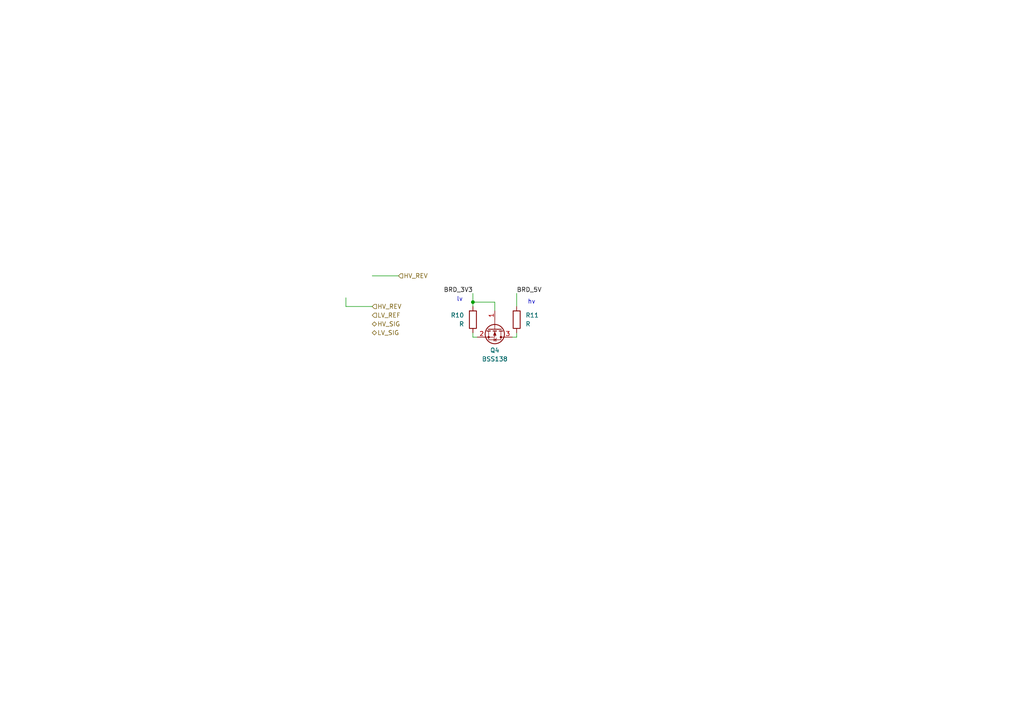
<source format=kicad_sch>
(kicad_sch (version 20231120) (generator "eeschema") (generator_version "8.0")
  (paper "A4")
  (lib_symbols
    (symbol "Device:R" (pin_numbers hide) (pin_names (offset 0))
      (property "Reference" "R" (at 2.032 0 90))
      (property "Value" "R" (at 0 0 90))
      (symbol "R_0_1"
        (rectangle (start -1.016 -2.54) (end 1.016 2.54) (stroke (width 0.254)))
      )
      (symbol "R_1_1"
        (pin passive line (at 0 3.81 270) (length 1.27) (name "~") (number "1"))
        (pin passive line (at 0 -3.81 90) (length 1.27) (name "~") (number "2"))
      )
    )
    (symbol "Transistor_FET:BSS138" (pin_names hide)
      (property "Reference" "Q" (at 5.08 1.905 0))
      (property "Value" "BSS138" (at 5.08 0 0))
      (symbol "BSS138_0_1"
        (polyline (pts (xy 0.254 0) (xy -2.54 0)))
        (polyline (pts (xy 0.254 1.905) (xy 0.254 -1.905)) (stroke (width 0.254)))
        (polyline (pts (xy 0.762 -1.27) (xy 0.762 -2.286)) (stroke (width 0.254)))
        (polyline (pts (xy 0.762 0.508) (xy 0.762 -0.508)) (stroke (width 0.254)))
        (polyline (pts (xy 0.762 2.286) (xy 0.762 1.27)) (stroke (width 0.254)))
        (polyline (pts (xy 2.54 2.54) (xy 2.54 1.778)))
        (polyline (pts (xy 2.54 -2.54) (xy 2.54 0) (xy 0.762 0)))
        (polyline (pts (xy 0.762 -1.778) (xy 3.302 -1.778) (xy 3.302 1.778) (xy 0.762 1.778)))
        (polyline (pts (xy 1.016 0) (xy 2.032 0.381) (xy 2.032 -0.381) (xy 1.016 0)) (fill (type outline)))
        (polyline (pts (xy 2.794 0.508) (xy 2.921 0.381) (xy 3.683 0.381) (xy 3.81 0.254)))
        (polyline (pts (xy 3.302 0.381) (xy 2.921 -0.254) (xy 3.683 -0.254) (xy 3.302 0.381)))
        (circle (center 1.651 0) (radius 2.794) (stroke (width 0.254)))
        (circle (center 2.54 -1.778) (radius 0.254) (fill (type outline)))
        (circle (center 2.54 1.778) (radius 0.254) (fill (type outline)))
      )
      (symbol "BSS138_1_1"
        (pin input line (at -5.08 0 0) (length 2.54) (name "G") (number "1"))
        (pin passive line (at 2.54 -5.08 90) (length 2.54) (name "S") (number "2"))
        (pin passive line (at 2.54 5.08 270) (length 2.54) (name "D") (number "3"))
      )
    )
  )
  (junction (at 137.16 87.63))
  (wire (pts (xy 148.59 97.79) (xy 149.86 97.79)))
  (wire (pts (xy 107.95 80.01) (xy 115.57 80.01)))
  (wire (pts (xy 137.16 87.63) (xy 137.16 88.9)))
  (wire (pts (xy 143.51 90.17) (xy 143.51 87.63)))
  (wire (pts (xy 149.86 85.09) (xy 149.86 88.9)))
  (wire (pts (xy 137.16 97.79) (xy 137.16 96.52)))
  (wire (pts (xy 107.95 88.9) (xy 100.33 88.9)))
  (wire (pts (xy 149.86 97.79) (xy 149.86 96.52)))
  (wire (pts (xy 143.51 87.63) (xy 137.16 87.63)))
  (wire (pts (xy 137.16 85.09) (xy 137.16 87.63)))
  (wire (pts (xy 138.43 97.79) (xy 137.16 97.79)))
  (wire (pts (xy 100.33 86.36) (xy 100.33 88.9)))
  (text "hv" (at 154.178 87.63 0) (effects (font (size 1.27 1.27))))
  (text "lv" (at 133.35 86.868 0) (effects (font (size 1.27 1.27))))
  (label "BRD_3V3" (at 137.16 85.09 180))
  (label "BRD_5V" (at 149.86 85.09 0))
  (hierarchical_label "HV_REV" (shape input) (at 107.95 88.9 0))
  (hierarchical_label "HV_REV" (shape input) (at 115.57 80.01 0))
  (hierarchical_label "LV_SIG" (shape bidirectional) (at 107.95 96.52 0))
  (hierarchical_label "HV_SIG" (shape bidirectional) (at 107.95 93.98 0))
  (hierarchical_label "LV_REF" (shape input) (at 107.95 91.44 0))
  (symbol (lib_id "Device:R") (at 149.86 92.71 0) (unit 1)
    (property "Reference" "R11" (at 152.4 91.4399 0) (effects (justify left)))
    (property "Value" "R" (at 152.4 93.9799 0) (effects (justify left)))
    (property "Description" "Resistor" (effects (hide yes)))
    (instances (project "astromech_main_board" (path "" (reference "R11") (unit 1)) (path "" (reference "R5") (unit 1))))
  )
  (symbol (lib_id "Transistor_FET:BSS138") (at 143.51 95.25 270) (unit 1)
    (property "Reference" "Q4" (at 143.51 101.6 90))
    (property "Value" "BSS138" (at 143.51 104.14 90))
    (property "Footprint" "Package_TO_SOT_SMD:SOT-23" (effects (hide yes)))
    (property "Datasheet" "https://www.onsemi.com/pub/Collateral/BSS138-D.PDF" (effects (hide yes)))
    (property "Description" "50V Vds, 0.22A Id, N-Channel MOSFET, SOT-23" (effects (hide yes)))
    (instances (project "astromech_main_board" (path "" (reference "Q4") (unit 1)) (path "" (reference "Q1") (unit 1))))
  )
  (symbol (lib_id "Device:R") (at 137.16 92.71 0) (mirror y) (unit 1)
    (property "Reference" "R10" (at 134.62 91.4399 0) (effects (justify left)))
    (property "Value" "R" (at 134.62 93.9799 0) (effects (justify left)))
    (property "Description" "Resistor" (effects (hide yes)))
    (instances (project "astromech_main_board" (path "" (reference "R10") (unit 1)) (path "" (reference "R4") (unit 1))))
  )
)
</source>
